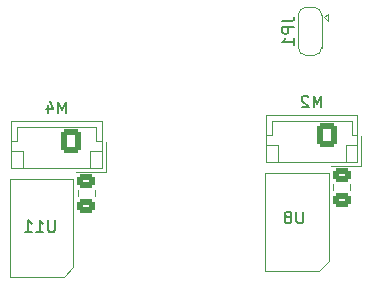
<source format=gbo>
G04 #@! TF.GenerationSoftware,KiCad,Pcbnew,7.0.7*
G04 #@! TF.CreationDate,2023-10-22T15:44:31+02:00*
G04 #@! TF.ProjectId,FC Control board 1.1,46432043-6f6e-4747-926f-6c20626f6172,rev?*
G04 #@! TF.SameCoordinates,Original*
G04 #@! TF.FileFunction,Legend,Bot*
G04 #@! TF.FilePolarity,Positive*
%FSLAX46Y46*%
G04 Gerber Fmt 4.6, Leading zero omitted, Abs format (unit mm)*
G04 Created by KiCad (PCBNEW 7.0.7) date 2023-10-22 15:44:31*
%MOMM*%
%LPD*%
G01*
G04 APERTURE LIST*
G04 Aperture macros list*
%AMRoundRect*
0 Rectangle with rounded corners*
0 $1 Rounding radius*
0 $2 $3 $4 $5 $6 $7 $8 $9 X,Y pos of 4 corners*
0 Add a 4 corners polygon primitive as box body*
4,1,4,$2,$3,$4,$5,$6,$7,$8,$9,$2,$3,0*
0 Add four circle primitives for the rounded corners*
1,1,$1+$1,$2,$3*
1,1,$1+$1,$4,$5*
1,1,$1+$1,$6,$7*
1,1,$1+$1,$8,$9*
0 Add four rect primitives between the rounded corners*
20,1,$1+$1,$2,$3,$4,$5,0*
20,1,$1+$1,$4,$5,$6,$7,0*
20,1,$1+$1,$6,$7,$8,$9,0*
20,1,$1+$1,$8,$9,$2,$3,0*%
%AMFreePoly0*
4,1,19,0.550000,-0.750000,0.000000,-0.750000,0.000000,-0.744911,-0.071157,-0.744911,-0.207708,-0.704816,-0.327430,-0.627875,-0.420627,-0.520320,-0.479746,-0.390866,-0.500000,-0.250000,-0.500000,0.250000,-0.479746,0.390866,-0.420627,0.520320,-0.327430,0.627875,-0.207708,0.704816,-0.071157,0.744911,0.000000,0.744911,0.000000,0.750000,0.550000,0.750000,0.550000,-0.750000,0.550000,-0.750000,
$1*%
%AMFreePoly1*
4,1,19,0.000000,0.744911,0.071157,0.744911,0.207708,0.704816,0.327430,0.627875,0.420627,0.520320,0.479746,0.390866,0.500000,0.250000,0.500000,-0.250000,0.479746,-0.390866,0.420627,-0.520320,0.327430,-0.627875,0.207708,-0.704816,0.071157,-0.744911,0.000000,-0.744911,0.000000,-0.750000,-0.550000,-0.750000,-0.550000,0.750000,0.000000,0.750000,0.000000,0.744911,0.000000,0.744911,
$1*%
G04 Aperture macros list end*
%ADD10C,0.150000*%
%ADD11C,0.120000*%
%ADD12RoundRect,0.250000X0.750000X-0.600000X0.750000X0.600000X-0.750000X0.600000X-0.750000X-0.600000X0*%
%ADD13O,2.000000X1.700000*%
%ADD14RoundRect,0.250000X-0.600000X-0.750000X0.600000X-0.750000X0.600000X0.750000X-0.600000X0.750000X0*%
%ADD15O,1.700000X2.000000*%
%ADD16R,1.700000X1.700000*%
%ADD17O,1.700000X1.700000*%
%ADD18R,1.350000X1.350000*%
%ADD19O,1.350000X1.350000*%
%ADD20R,2.000000X2.000000*%
%ADD21C,2.000000*%
%ADD22C,0.650000*%
%ADD23O,1.000000X2.100000*%
%ADD24O,1.000000X1.600000*%
%ADD25RoundRect,0.250000X0.600000X0.750000X-0.600000X0.750000X-0.600000X-0.750000X0.600000X-0.750000X0*%
%ADD26R,0.600000X1.650000*%
%ADD27FreePoly0,270.000000*%
%ADD28R,1.500000X1.000000*%
%ADD29FreePoly1,270.000000*%
%ADD30RoundRect,0.250000X-0.475000X0.337500X-0.475000X-0.337500X0.475000X-0.337500X0.475000X0.337500X0*%
G04 APERTURE END LIST*
D10*
X213449523Y-154095819D02*
X213449523Y-153095819D01*
X213449523Y-153095819D02*
X213116190Y-153810104D01*
X213116190Y-153810104D02*
X212782857Y-153095819D01*
X212782857Y-153095819D02*
X212782857Y-154095819D01*
X212354285Y-153191057D02*
X212306666Y-153143438D01*
X212306666Y-153143438D02*
X212211428Y-153095819D01*
X212211428Y-153095819D02*
X211973333Y-153095819D01*
X211973333Y-153095819D02*
X211878095Y-153143438D01*
X211878095Y-153143438D02*
X211830476Y-153191057D01*
X211830476Y-153191057D02*
X211782857Y-153286295D01*
X211782857Y-153286295D02*
X211782857Y-153381533D01*
X211782857Y-153381533D02*
X211830476Y-153524390D01*
X211830476Y-153524390D02*
X212401904Y-154095819D01*
X212401904Y-154095819D02*
X211782857Y-154095819D01*
X190878094Y-163664819D02*
X190878094Y-164474342D01*
X190878094Y-164474342D02*
X190830475Y-164569580D01*
X190830475Y-164569580D02*
X190782856Y-164617200D01*
X190782856Y-164617200D02*
X190687618Y-164664819D01*
X190687618Y-164664819D02*
X190497142Y-164664819D01*
X190497142Y-164664819D02*
X190401904Y-164617200D01*
X190401904Y-164617200D02*
X190354285Y-164569580D01*
X190354285Y-164569580D02*
X190306666Y-164474342D01*
X190306666Y-164474342D02*
X190306666Y-163664819D01*
X189306666Y-164664819D02*
X189878094Y-164664819D01*
X189592380Y-164664819D02*
X189592380Y-163664819D01*
X189592380Y-163664819D02*
X189687618Y-163807676D01*
X189687618Y-163807676D02*
X189782856Y-163902914D01*
X189782856Y-163902914D02*
X189878094Y-163950533D01*
X188354285Y-164664819D02*
X188925713Y-164664819D01*
X188639999Y-164664819D02*
X188639999Y-163664819D01*
X188639999Y-163664819D02*
X188735237Y-163807676D01*
X188735237Y-163807676D02*
X188830475Y-163902914D01*
X188830475Y-163902914D02*
X188925713Y-163950533D01*
X211901904Y-162914819D02*
X211901904Y-163724342D01*
X211901904Y-163724342D02*
X211854285Y-163819580D01*
X211854285Y-163819580D02*
X211806666Y-163867200D01*
X211806666Y-163867200D02*
X211711428Y-163914819D01*
X211711428Y-163914819D02*
X211520952Y-163914819D01*
X211520952Y-163914819D02*
X211425714Y-163867200D01*
X211425714Y-163867200D02*
X211378095Y-163819580D01*
X211378095Y-163819580D02*
X211330476Y-163724342D01*
X211330476Y-163724342D02*
X211330476Y-162914819D01*
X210711428Y-163343390D02*
X210806666Y-163295771D01*
X210806666Y-163295771D02*
X210854285Y-163248152D01*
X210854285Y-163248152D02*
X210901904Y-163152914D01*
X210901904Y-163152914D02*
X210901904Y-163105295D01*
X210901904Y-163105295D02*
X210854285Y-163010057D01*
X210854285Y-163010057D02*
X210806666Y-162962438D01*
X210806666Y-162962438D02*
X210711428Y-162914819D01*
X210711428Y-162914819D02*
X210520952Y-162914819D01*
X210520952Y-162914819D02*
X210425714Y-162962438D01*
X210425714Y-162962438D02*
X210378095Y-163010057D01*
X210378095Y-163010057D02*
X210330476Y-163105295D01*
X210330476Y-163105295D02*
X210330476Y-163152914D01*
X210330476Y-163152914D02*
X210378095Y-163248152D01*
X210378095Y-163248152D02*
X210425714Y-163295771D01*
X210425714Y-163295771D02*
X210520952Y-163343390D01*
X210520952Y-163343390D02*
X210711428Y-163343390D01*
X210711428Y-163343390D02*
X210806666Y-163391009D01*
X210806666Y-163391009D02*
X210854285Y-163438628D01*
X210854285Y-163438628D02*
X210901904Y-163533866D01*
X210901904Y-163533866D02*
X210901904Y-163724342D01*
X210901904Y-163724342D02*
X210854285Y-163819580D01*
X210854285Y-163819580D02*
X210806666Y-163867200D01*
X210806666Y-163867200D02*
X210711428Y-163914819D01*
X210711428Y-163914819D02*
X210520952Y-163914819D01*
X210520952Y-163914819D02*
X210425714Y-163867200D01*
X210425714Y-163867200D02*
X210378095Y-163819580D01*
X210378095Y-163819580D02*
X210330476Y-163724342D01*
X210330476Y-163724342D02*
X210330476Y-163533866D01*
X210330476Y-163533866D02*
X210378095Y-163438628D01*
X210378095Y-163438628D02*
X210425714Y-163391009D01*
X210425714Y-163391009D02*
X210520952Y-163343390D01*
X191842023Y-154595819D02*
X191842023Y-153595819D01*
X191842023Y-153595819D02*
X191508690Y-154310104D01*
X191508690Y-154310104D02*
X191175357Y-153595819D01*
X191175357Y-153595819D02*
X191175357Y-154595819D01*
X190270595Y-153929152D02*
X190270595Y-154595819D01*
X190508690Y-153548200D02*
X190746785Y-154262485D01*
X190746785Y-154262485D02*
X190127738Y-154262485D01*
X210136819Y-146812666D02*
X210851104Y-146812666D01*
X210851104Y-146812666D02*
X210993961Y-146765047D01*
X210993961Y-146765047D02*
X211089200Y-146669809D01*
X211089200Y-146669809D02*
X211136819Y-146526952D01*
X211136819Y-146526952D02*
X211136819Y-146431714D01*
X211136819Y-147288857D02*
X210136819Y-147288857D01*
X210136819Y-147288857D02*
X210136819Y-147669809D01*
X210136819Y-147669809D02*
X210184438Y-147765047D01*
X210184438Y-147765047D02*
X210232057Y-147812666D01*
X210232057Y-147812666D02*
X210327295Y-147860285D01*
X210327295Y-147860285D02*
X210470152Y-147860285D01*
X210470152Y-147860285D02*
X210565390Y-147812666D01*
X210565390Y-147812666D02*
X210613009Y-147765047D01*
X210613009Y-147765047D02*
X210660628Y-147669809D01*
X210660628Y-147669809D02*
X210660628Y-147288857D01*
X211136819Y-148812666D02*
X211136819Y-148241238D01*
X211136819Y-148526952D02*
X210136819Y-148526952D01*
X210136819Y-148526952D02*
X210279676Y-148431714D01*
X210279676Y-148431714D02*
X210374914Y-148336476D01*
X210374914Y-148336476D02*
X210422533Y-148241238D01*
D11*
X216800000Y-159051000D02*
X214300000Y-159051000D01*
X216800000Y-156551000D02*
X216800000Y-159051000D01*
X216500000Y-158751000D02*
X208780000Y-158751000D01*
X216500000Y-157251000D02*
X215500000Y-157251000D01*
X216500000Y-156441000D02*
X216000000Y-156441000D01*
X216500000Y-154731000D02*
X216500000Y-158751000D01*
X216000000Y-156441000D02*
X216000000Y-155231000D01*
X216000000Y-155231000D02*
X209280000Y-155231000D01*
X215500000Y-157251000D02*
X215500000Y-158751000D01*
X209780000Y-157251000D02*
X209780000Y-158751000D01*
X209280000Y-156441000D02*
X208780000Y-156441000D01*
X209280000Y-155231000D02*
X209280000Y-156441000D01*
X208780000Y-158751000D02*
X208780000Y-154731000D01*
X208780000Y-157251000D02*
X209780000Y-157251000D01*
X208780000Y-154731000D02*
X216500000Y-154731000D01*
X192453500Y-167610000D02*
X192453500Y-160160000D01*
X192453500Y-160160000D02*
X187043500Y-160160000D01*
X191653500Y-168410000D02*
X192453500Y-167610000D01*
X187043500Y-168410000D02*
X191653500Y-168410000D01*
X187043500Y-160160000D02*
X187043500Y-168410000D01*
X214061000Y-167110000D02*
X214061000Y-159660000D01*
X214061000Y-159660000D02*
X208651000Y-159660000D01*
X213261000Y-167910000D02*
X214061000Y-167110000D01*
X208651000Y-167910000D02*
X213261000Y-167910000D01*
X208651000Y-159660000D02*
X208651000Y-167910000D01*
X195192500Y-159551000D02*
X192692500Y-159551000D01*
X195192500Y-157051000D02*
X195192500Y-159551000D01*
X194892500Y-159251000D02*
X187172500Y-159251000D01*
X194892500Y-157751000D02*
X193892500Y-157751000D01*
X194892500Y-156941000D02*
X194392500Y-156941000D01*
X194892500Y-155231000D02*
X194892500Y-159251000D01*
X194392500Y-156941000D02*
X194392500Y-155731000D01*
X194392500Y-155731000D02*
X187672500Y-155731000D01*
X193892500Y-157751000D02*
X193892500Y-159251000D01*
X188172500Y-157751000D02*
X188172500Y-159251000D01*
X187672500Y-156941000D02*
X187172500Y-156941000D01*
X187672500Y-155731000D02*
X187672500Y-156941000D01*
X187172500Y-159251000D02*
X187172500Y-155231000D01*
X187172500Y-157751000D02*
X188172500Y-157751000D01*
X187172500Y-155231000D02*
X194892500Y-155231000D01*
X212782000Y-145596000D02*
X212182000Y-145596000D01*
X213982000Y-146146000D02*
X213982000Y-146746000D01*
X211482000Y-146246000D02*
X211482000Y-149046000D01*
X213682000Y-146446000D02*
X213982000Y-146146000D01*
X213682000Y-146446000D02*
X213982000Y-146746000D01*
X213482000Y-149046000D02*
X213482000Y-146246000D01*
X212182000Y-149696000D02*
X212782000Y-149696000D01*
X213482000Y-146296000D02*
G75*
G03*
X212782000Y-145596000I-699999J1D01*
G01*
X212182000Y-145596000D02*
G75*
G03*
X211482000Y-146296000I-1J-699999D01*
G01*
X212782000Y-149696000D02*
G75*
G03*
X213482000Y-148996000I0J700000D01*
G01*
X211482000Y-148996000D02*
G75*
G03*
X212182000Y-149696000I700000J0D01*
G01*
X194293500Y-161102748D02*
X194293500Y-161625252D01*
X192823500Y-161102748D02*
X192823500Y-161625252D01*
X215901000Y-160602748D02*
X215901000Y-161125252D01*
X214431000Y-160602748D02*
X214431000Y-161125252D01*
%LPC*%
D12*
X222596000Y-124004000D03*
D13*
X222596000Y-121504000D03*
D14*
X220289599Y-136959500D03*
D15*
X222789599Y-136959500D03*
D16*
X223940000Y-170985000D03*
D17*
X221400000Y-170985000D03*
X218860000Y-170985000D03*
X216320000Y-170985000D03*
D18*
X196640000Y-161710000D03*
D19*
X196640000Y-163710000D03*
X196640000Y-165710000D03*
D18*
X216640000Y-103710000D03*
D19*
X216640000Y-105710000D03*
D14*
X190466000Y-136959500D03*
D15*
X192966000Y-136959500D03*
D20*
X216140000Y-180960000D03*
D21*
X219140000Y-180960000D03*
D22*
X214750000Y-191170000D03*
X220530000Y-191170000D03*
D23*
X213320000Y-190640000D03*
D24*
X213320000Y-194820000D03*
D23*
X221960000Y-190640000D03*
D24*
X221960000Y-194820000D03*
D16*
X204700000Y-103110000D03*
D17*
X207240000Y-103110000D03*
X209780000Y-103110000D03*
D25*
X213890000Y-156441000D03*
D15*
X211390000Y-156441000D03*
D26*
X191653500Y-167085000D03*
X190383500Y-167085000D03*
X189113500Y-167085000D03*
X187843500Y-167085000D03*
X187843500Y-161485000D03*
X189113500Y-161485000D03*
X190383500Y-161485000D03*
X191653500Y-161485000D03*
X213261000Y-166585000D03*
X211991000Y-166585000D03*
X210721000Y-166585000D03*
X209451000Y-166585000D03*
X209451000Y-160985000D03*
X210721000Y-160985000D03*
X211991000Y-160985000D03*
X213261000Y-160985000D03*
D25*
X192282500Y-156941000D03*
D15*
X189782500Y-156941000D03*
D27*
X212482000Y-146346000D03*
D28*
X212482000Y-147646000D03*
D29*
X212482000Y-148946000D03*
D30*
X193558500Y-160326500D03*
X193558500Y-162401500D03*
X215166000Y-159826500D03*
X215166000Y-161901500D03*
%LPD*%
M02*

</source>
